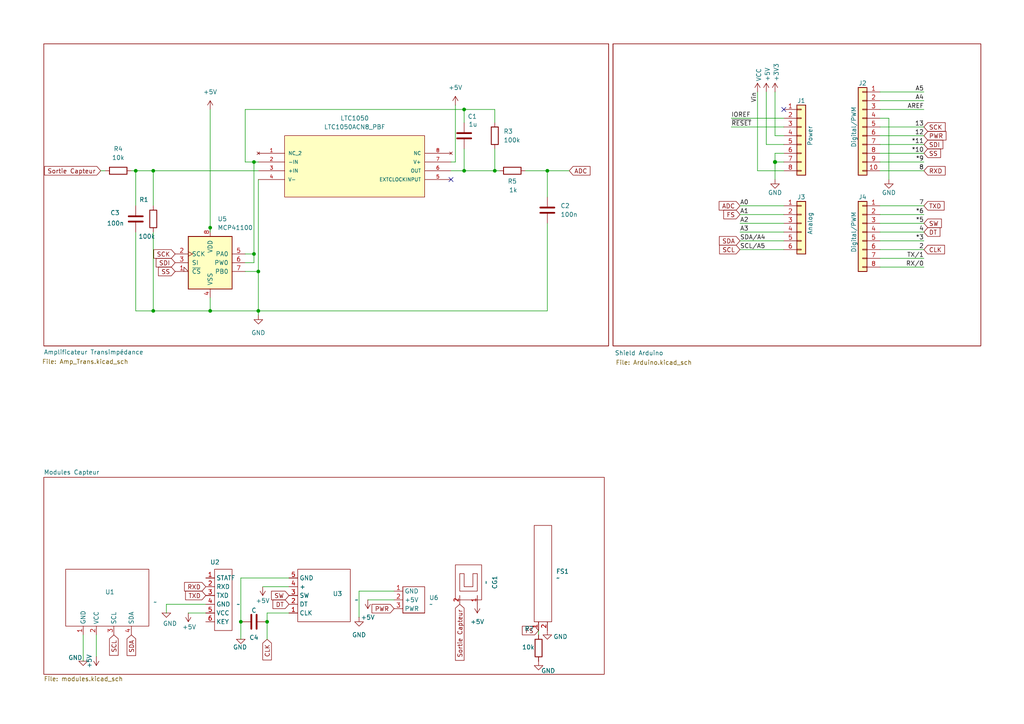
<source format=kicad_sch>
(kicad_sch (version 20250114) (generator "eeschema") (generator_version "9.0")
  (paper "A4")
  (title_block (title "Capteur Graphene Shield Arduino") (date "mar. 31 mars 2015") (company "INSA-Toulouse (DUBREUIL-HOLM-TRUONG)"))
  (lib_symbols
    (symbol "+5V_1" (power) (pin_numbers (hide yes)) (pin_names (offset 0) (hide yes))
      (property "Value" "+5V" (at 0 3.556 0))
      (symbol "+5V_1_0_1"
        (polyline (pts (xy -0.762 1.27) (xy 0 2.54)))
        (polyline (pts (xy 0 2.54) (xy 0.762 1.27)))
        (polyline (pts (xy 0 0) (xy 0 2.54)))
      )
      (symbol "+5V_1_1_1"
        (pin power_in line (at 0 0 90) (length 0) (name "~") (number "1"))
      )
    )
    (symbol "+5V_2" (power) (pin_numbers (hide yes)) (pin_names (offset 0) (hide yes))
      (property "Value" "+5V" (at 0 3.556 0))
      (symbol "+5V_2_0_1"
        (polyline (pts (xy -0.762 1.27) (xy 0 2.54)))
        (polyline (pts (xy 0 2.54) (xy 0.762 1.27)))
        (polyline (pts (xy 0 0) (xy 0 2.54)))
      )
      (symbol "+5V_2_1_1"
        (pin power_in line (at 0 0 90) (length 0) (name "~") (number "1"))
      )
    )
    (symbol "+5V_3" (power) (pin_numbers (hide yes)) (pin_names (offset 0) (hide yes))
      (property "Value" "+5V" (at 0 3.556 0))
      (symbol "+5V_3_0_1"
        (polyline (pts (xy -0.762 1.27) (xy 0 2.54)))
        (polyline (pts (xy 0 2.54) (xy 0.762 1.27)))
        (polyline (pts (xy 0 0) (xy 0 2.54)))
      )
      (symbol "+5V_3_1_1"
        (pin power_in line (at 0 0 90) (length 0) (name "~") (number "1"))
      )
    )
    (symbol "Connector_Generic:Conn_01x06" (pin_names (offset 1.016) (hide yes))
      (property "Reference" "J" (at 0 7.62 0))
      (property "Value" "Conn_01x06" (at 0 -10.16 0))
      (symbol "Conn_01x06_1_1"
        (rectangle (start -1.27 6.35) (end 1.27 -8.89) (stroke (width 0.254)) (fill (type background)))
        (rectangle (start -1.27 5.207) (end 0 4.953) (stroke (width 0.1524)))
        (rectangle (start -1.27 2.667) (end 0 2.413) (stroke (width 0.1524)))
        (rectangle (start -1.27 0.127) (end 0 -0.127) (stroke (width 0.1524)))
        (rectangle (start -1.27 -2.413) (end 0 -2.667) (stroke (width 0.1524)))
        (rectangle (start -1.27 -4.953) (end 0 -5.207) (stroke (width 0.1524)))
        (rectangle (start -1.27 -7.493) (end 0 -7.747) (stroke (width 0.1524)))
        (pin passive line (at -5.08 5.08 0) (length 3.81) (name "Pin_1") (number "1"))
        (pin passive line (at -5.08 2.54 0) (length 3.81) (name "Pin_2") (number "2"))
        (pin passive line (at -5.08 0 0) (length 3.81) (name "Pin_3") (number "3"))
        (pin passive line (at -5.08 -2.54 0) (length 3.81) (name "Pin_4") (number "4"))
        (pin passive line (at -5.08 -5.08 0) (length 3.81) (name "Pin_5") (number "5"))
        (pin passive line (at -5.08 -7.62 0) (length 3.81) (name "Pin_6") (number "6"))
      )
    )
    (symbol "Connector_Generic:Conn_01x08" (pin_names (offset 1.016) (hide yes))
      (property "Reference" "J" (at 0 10.16 0))
      (property "Value" "Conn_01x08" (at 0 -12.7 0))
      (symbol "Conn_01x08_1_1"
        (rectangle (start -1.27 8.89) (end 1.27 -11.43) (stroke (width 0.254)) (fill (type background)))
        (rectangle (start -1.27 7.747) (end 0 7.493) (stroke (width 0.1524)))
        (rectangle (start -1.27 5.207) (end 0 4.953) (stroke (width 0.1524)))
        (rectangle (start -1.27 2.667) (end 0 2.413) (stroke (width 0.1524)))
        (rectangle (start -1.27 0.127) (end 0 -0.127) (stroke (width 0.1524)))
        (rectangle (start -1.27 -2.413) (end 0 -2.667) (stroke (width 0.1524)))
        (rectangle (start -1.27 -4.953) (end 0 -5.207) (stroke (width 0.1524)))
        (rectangle (start -1.27 -7.493) (end 0 -7.747) (stroke (width 0.1524)))
        (rectangle (start -1.27 -10.033) (end 0 -10.287) (stroke (width 0.1524)))
        (pin passive line (at -5.08 7.62 0) (length 3.81) (name "Pin_1") (number "1"))
        (pin passive line (at -5.08 5.08 0) (length 3.81) (name "Pin_2") (number "2"))
        (pin passive line (at -5.08 2.54 0) (length 3.81) (name "Pin_3") (number "3"))
        (pin passive line (at -5.08 0 0) (length 3.81) (name "Pin_4") (number "4"))
        (pin passive line (at -5.08 -2.54 0) (length 3.81) (name "Pin_5") (number "5"))
        (pin passive line (at -5.08 -5.08 0) (length 3.81) (name "Pin_6") (number "6"))
        (pin passive line (at -5.08 -7.62 0) (length 3.81) (name "Pin_7") (number "7"))
        (pin passive line (at -5.08 -10.16 0) (length 3.81) (name "Pin_8") (number "8"))
      )
    )
    (symbol "Connector_Generic:Conn_01x10" (pin_names (offset 1.016) (hide yes))
      (property "Reference" "J" (at 0 12.7 0))
      (property "Value" "Conn_01x10" (at 0 -15.24 0))
      (symbol "Conn_01x10_1_1"
        (rectangle (start -1.27 11.43) (end 1.27 -13.97) (stroke (width 0.254)) (fill (type background)))
        (rectangle (start -1.27 10.287) (end 0 10.033) (stroke (width 0.1524)))
        (rectangle (start -1.27 7.747) (end 0 7.493) (stroke (width 0.1524)))
        (rectangle (start -1.27 5.207) (end 0 4.953) (stroke (width 0.1524)))
        (rectangle (start -1.27 2.667) (end 0 2.413) (stroke (width 0.1524)))
        (rectangle (start -1.27 0.127) (end 0 -0.127) (stroke (width 0.1524)))
        (rectangle (start -1.27 -2.413) (end 0 -2.667) (stroke (width 0.1524)))
        (rectangle (start -1.27 -4.953) (end 0 -5.207) (stroke (width 0.1524)))
        (rectangle (start -1.27 -7.493) (end 0 -7.747) (stroke (width 0.1524)))
        (rectangle (start -1.27 -10.033) (end 0 -10.287) (stroke (width 0.1524)))
        (rectangle (start -1.27 -12.573) (end 0 -12.827) (stroke (width 0.1524)))
        (pin passive line (at -5.08 10.16 0) (length 3.81) (name "Pin_1") (number "1"))
        (pin passive line (at -5.08 7.62 0) (length 3.81) (name "Pin_2") (number "2"))
        (pin passive line (at -5.08 5.08 0) (length 3.81) (name "Pin_3") (number "3"))
        (pin passive line (at -5.08 2.54 0) (length 3.81) (name "Pin_4") (number "4"))
        (pin passive line (at -5.08 0 0) (length 3.81) (name "Pin_5") (number "5"))
        (pin passive line (at -5.08 -2.54 0) (length 3.81) (name "Pin_6") (number "6"))
        (pin passive line (at -5.08 -5.08 0) (length 3.81) (name "Pin_7") (number "7"))
        (pin passive line (at -5.08 -7.62 0) (length 3.81) (name "Pin_8") (number "8"))
        (pin passive line (at -5.08 -10.16 0) (length 3.81) (name "Pin_9") (number "9"))
        (pin passive line (at -5.08 -12.7 0) (length 3.81) (name "Pin_10") (number "10"))
      )
    )
    (symbol "Device:C" (pin_numbers (hide yes)) (pin_names (offset 0.254))
      (property "Reference" "C" (at 0.635 2.54 0))
      (property "Value" "C" (at 0.635 -2.54 0))
      (symbol "C_0_1"
        (polyline (pts (xy -2.032 0.762) (xy 2.032 0.762)) (stroke (width 0.508)))
        (polyline (pts (xy -2.032 -0.762) (xy 2.032 -0.762)) (stroke (width 0.508)))
      )
      (symbol "C_1_1"
        (pin passive line (at 0 3.81 270) (length 2.794) (name "~") (number "1"))
        (pin passive line (at 0 -3.81 90) (length 2.794) (name "~") (number "2"))
      )
    )
    (symbol "Device:R" (pin_numbers (hide yes)) (pin_names (offset 0))
      (property "Reference" "R" (at 2.032 0 90))
      (property "Value" "R" (at 0 0 90))
      (symbol "R_0_1"
        (rectangle (start -1.016 -2.54) (end 1.016 2.54) (stroke (width 0.254)))
      )
      (symbol "R_1_1"
        (pin passive line (at 0 3.81 270) (length 1.27) (name "~") (number "1"))
        (pin passive line (at 0 -3.81 90) (length 1.27) (name "~") (number "2"))
      )
    )
    (symbol "GND_1" (power) (pin_numbers (hide yes)) (pin_names (offset 0) (hide yes))
      (property "Value" "GND" (at 0 -3.81 0))
      (symbol "GND_1_0_1"
        (polyline (pts (xy 0 0) (xy 0 -1.27) (xy 1.27 -1.27) (xy 0 -2.54) (xy -1.27 -1.27) (xy 0 -1.27)))
      )
      (symbol "GND_1_1_1"
        (pin power_in line (at 0 0 270) (length 0) (name "~") (number "1"))
      )
    )
    (symbol "GND_2" (power) (pin_numbers (hide yes)) (pin_names (offset 0) (hide yes))
      (property "Value" "GND" (at 0 -3.81 0))
      (symbol "GND_2_0_1"
        (polyline (pts (xy 0 0) (xy 0 -1.27) (xy 1.27 -1.27) (xy 0 -2.54) (xy -1.27 -1.27) (xy 0 -1.27)))
      )
      (symbol "GND_2_1_1"
        (pin power_in line (at 0 0 270) (length 0) (name "~") (number "1"))
      )
    )
    (symbol "GND_3" (power) (pin_numbers (hide yes)) (pin_names (offset 0) (hide yes))
      (property "Value" "GND" (at 0 -3.81 0))
      (symbol "GND_3_0_1"
        (polyline (pts (xy 0 0) (xy 0 -1.27) (xy 1.27 -1.27) (xy 0 -2.54) (xy -1.27 -1.27) (xy 0 -1.27)))
      )
      (symbol "GND_3_1_1"
        (pin power_in line (at 0 0 270) (length 0) (name "~") (number "1"))
      )
    )
    (symbol "LTC1050ACN8_PBF:LTC1050ACN8_PBF" (pin_names (offset 1.016))
      (property "Reference" "U" (at 23.2285 9.1237 0))
      (property "Value" "LTC1050ACN8_PBF" (at 22.6204 6.5902 0))
      (symbol "LTC1050ACN8_PBF_0_0"
        (rectangle (start 7.62 -12.7) (end 48.26 5.08) (stroke (width 0.1524)) (fill (type background)))
        (pin no_connect line (at 0 0 0) (length 7.62) (name "NC_2") (number "1"))
        (pin input line (at 0 -2.54 0) (length 7.62) (name "-IN") (number "2"))
        (pin input line (at 0 -5.08 0) (length 7.62) (name "+IN") (number "3"))
        (pin power_in line (at 0 -7.62 0) (length 7.62) (name "V-") (number "4"))
        (pin no_connect line (at 55.88 0 180) (length 7.62) (name "NC") (number "8"))
        (pin power_in line (at 55.88 -2.54 180) (length 7.62) (name "V+") (number "7"))
        (pin output line (at 55.88 -5.08 180) (length 7.62) (name "OUT") (number "6"))
        (pin input line (at 55.88 -7.62 180) (length 7.62) (name "EXTCLOCKINPUT") (number "5"))
      )
    )
    (symbol "My_Symbolic_Librairy:Capteur_graphene"
      (property "Reference" "CG" (at 0 0 0))
      (symbol "Capteur_graphene_0_1"
        (rectangle (start -6.35 3.81) (end 3.81 -3.81))
        (polyline (pts (xy -3.81 2.54) (xy 1.27 2.54) (xy 1.27 -2.54) (xy -3.81 -2.54) (xy -3.81 -1.27) (xy 0 -1.27) (xy 0 1.27) (xy -3.81 1.27) (xy -3.81 2.54)))
      )
      (symbol "Capteur_graphene_1_1"
        (pin input line (at 5.08 2.54 180) (length 2.54) (name "") (number "1"))
        (pin input line (at 5.08 -2.54 180) (length 2.54) (name "") (number "2"))
      )
    )
    (symbol "My_Symbolic_Librairy:Flex_sensor"
      (property "Reference" "FS" (at 0 0 0))
      (symbol "Flex_sensor_0_1"
        (rectangle (start -3.81 27.94) (end 1.27 0))
      )
      (symbol "Flex_sensor_1_1"
        (pin input line (at -2.54 -2.54 90) (length 2.54) (name "") (number "1"))
        (pin power_in line (at 0 -2.54 90) (length 2.54) (name "") (number "2"))
      )
    )
    (symbol "Potentiometer_Digital:MCP41100" (pin_names (offset 1.016))
      (property "Reference" "U" (at -6.35 8.89 0))
      (property "Value" "MCP41100" (at 1.27 8.89 0))
      (symbol "MCP41100_0_1"
        (rectangle (start -6.35 7.62) (end 6.35 -7.62) (stroke (width 0.254)) (fill (type background)))
      )
      (symbol "MCP41100_1_1"
        (pin passive clock (at -10.16 2.54 0) (length 3.81) (name "SCK") (number "2"))
        (pin input line (at -10.16 0 0) (length 3.81) (name "SI") (number "3"))
        (pin input input_low (at -10.16 -2.54 0) (length 3.81) (name "~{CS}") (number "1"))
        (pin power_in line (at 0 10.16 270) (length 2.54) (name "VDD") (number "8"))
        (pin power_in line (at 0 -10.16 90) (length 2.54) (name "VSS") (number "4"))
        (pin passive line (at 10.16 2.54 180) (length 3.81) (name "PA0") (number "5"))
        (pin passive line (at 10.16 0 180) (length 3.81) (name "PW0") (number "6"))
        (pin passive line (at 10.16 -2.54 180) (length 3.81) (name "PB0") (number "7"))
      )
    )
    (symbol "ServoHeader_1"
      (property "Reference" "U" (at 0 0 0))
      (symbol "ServoHeader_1_0_1"
        (rectangle (start -1.27 -1.27) (end -1.27 -8.89))
        (rectangle (start -1.27 -8.89) (end 5.08 -8.89))
        (rectangle (start 5.08 -8.89) (end -1.27 -1.27))
      )
      (symbol "ServoHeader_1_1_1"
        (pin power_in line (at -3.81 -2.54 0) (length 2.54) (name "GND") (number "1"))
        (pin power_in line (at -3.81 -5.08 0) (length 2.54) (name "+5V") (number "2"))
        (pin input line (at -3.81 -7.62 0) (length 2.54) (name "PWR") (number "3"))
      )
    )
    (symbol "Simulation_SPICE:0" (power) (pin_numbers (hide yes)) (pin_names (offset 0) (hide yes))
      (property "Value" "0" (at 0 -2.54 0))
      (symbol "0_0_1"
        (polyline (pts (xy -1.27 0) (xy 0 -1.27) (xy 1.27 0) (xy -1.27 0)))
      )
      (symbol "0_1_1"
        (pin power_in line (at 0 0 0) (length 0) (name "~") (number "1"))
      )
    )
    (symbol "power:+3V3" (power) (pin_names (offset 0))
      (property "Value" "+3V3" (at 0 3.556 0))
      (symbol "+3V3_0_1"
        (polyline (pts (xy -0.762 1.27) (xy 0 2.54)))
        (polyline (pts (xy 0 2.54) (xy 0.762 1.27)))
        (polyline (pts (xy 0 0) (xy 0 2.54)))
      )
      (symbol "+3V3_1_1"
        (pin power_in line (at 0 0 90) (length 0) (hide yes) (name "+3V3") (number "1"))
      )
    )
    (symbol "power:+5V" (power) (pin_names (offset 0))
      (property "Value" "+5V" (at 0 3.556 0))
      (symbol "+5V_0_1"
        (polyline (pts (xy -0.762 1.27) (xy 0 2.54)))
        (polyline (pts (xy 0 2.54) (xy 0.762 1.27)))
        (polyline (pts (xy 0 0) (xy 0 2.54)))
      )
      (symbol "+5V_1_1"
        (pin power_in line (at 0 0 90) (length 0) (hide yes) (name "+5V") (number "1"))
      )
    )
    (symbol "power:GND" (power) (pin_names (offset 0))
      (property "Value" "GND" (at 0 -3.81 0))
      (symbol "GND_0_1"
        (polyline (pts (xy 0 0) (xy 0 -1.27) (xy 1.27 -1.27) (xy 0 -2.54) (xy -1.27 -1.27) (xy 0 -1.27)))
      )
      (symbol "GND_1_1"
        (pin power_in line (at 0 0 270) (length 0) (hide yes) (name "GND") (number "1"))
      )
    )
    (symbol "power:VCC" (power) (pin_names (offset 0))
      (property "Value" "VCC" (at 0 3.81 0))
      (symbol "VCC_0_1"
        (polyline (pts (xy -0.762 1.27) (xy 0 2.54)))
        (polyline (pts (xy 0 2.54) (xy 0.762 1.27)))
        (polyline (pts (xy 0 0) (xy 0 2.54)))
      )
      (symbol "VCC_1_1"
        (pin power_in line (at 0 0 90) (length 0) (hide yes) (name "VCC") (number "1"))
      )
    )
    (symbol "symbol_library:BLUETOOTH"
      (property "Reference" "U" (at 0 0 0))
      (symbol "BLUETOOTH_0_1"
        (polyline (pts (xy -8.89 -2.54) (xy 8.89 -2.54) (xy 8.89 -7.62) (xy -8.89 -7.62) (xy -8.89 -2.54)))
      )
      (symbol "BLUETOOTH_1_1"
        (pin input line (at -6.35 0 270) (length 2.54) (name "KEY") (number "6"))
        (pin input line (at -3.81 0 270) (length 2.54) (name "VCC") (number "5"))
        (pin input line (at -1.27 0 270) (length 2.54) (name "GND") (number "4"))
        (pin input line (at 1.27 0 270) (length 2.54) (name "TXD") (number "3"))
        (pin input line (at 3.81 0 270) (length 2.54) (name "RXD") (number "2"))
        (pin input line (at 6.35 0 270) (length 2.54) (name "STATF") (number "1"))
      )
    )
    (symbol "symbol_library:ENCODEUR_ROTATION"
      (property "Reference" "U" (at 0 0 0))
      (symbol "ENCODEUR_ROTATION_0_1"
        (rectangle (start -7.62 -2.54) (end 7.62 -17.78))
      )
      (symbol "ENCODEUR_ROTATION_1_1"
        (pin input line (at -5.08 0 270) (length 2.54) (name "CLK") (number "1"))
        (pin input line (at -2.54 0 270) (length 2.54) (name "DT") (number "2"))
        (pin input line (at 0 0 270) (length 2.54) (name "SW") (number "3"))
        (pin input line (at 2.54 0 270) (length 2.54) (name "+") (number "4"))
        (pin input line (at 5.08 0 270) (length 2.54) (name "GND") (number "5"))
      )
    )
    (symbol "symbol_library:OLED"
      (property "Reference" "U" (at 0 0 0))
      (symbol "OLED_0_1"
        (rectangle (start -11.43 0) (end 12.7 16.51))
      )
      (symbol "OLED_1_1"
        (pin input line (at -6.35 -2.54 90) (length 2.54) (name "GND") (number "1"))
        (pin input line (at -2.54 -2.54 90) (length 2.54) (name "VCC") (number "2"))
        (pin input line (at 2.54 -2.54 90) (length 2.54) (name "SCL") (number "3"))
        (pin input line (at 7.62 -2.54 90) (length 2.54) (name "SDA") (number "4"))
      )
    )
  )
  (junction (at 73.66 46.99))
  (junction (at 77.47 180.34))
  (junction (at 44.45 90.17))
  (junction (at 74.93 90.17))
  (junction (at 73.66 73.66))
  (junction (at 224.79 46.99) (diameter 1.016))
  (junction (at 39.37 49.53))
  (junction (at 74.93 78.74))
  (junction (at 143.51 49.53))
  (junction (at 134.62 31.75))
  (junction (at 158.75 49.53))
  (junction (at 69.85 180.34))
  (junction (at 44.45 49.53))
  (junction (at 60.96 90.17))
  (junction (at 60.96 66.04))
  (junction (at 134.62 49.53))
  (no_connect (at 130.81 52.07))
  (no_connect (at 227.33 31.75))
  (wire (pts (xy 255.27 77.47) (xy 267.97 77.47)))
  (wire (pts (xy 44.45 49.53) (xy 74.93 49.53)))
  (wire (pts (xy 143.51 35.56) (xy 143.51 31.75)))
  (wire (pts (xy 104.14 179.07) (xy 104.14 171.45)))
  (wire (pts (xy 104.14 171.45) (xy 114.3 171.45)))
  (wire (pts (xy 60.96 90.17) (xy 74.93 90.17)))
  (wire (pts (xy 255.27 26.67) (xy 267.97 26.67)))
  (wire (pts (xy 71.12 76.2) (xy 73.66 76.2)))
  (wire (pts (xy 224.79 44.45) (xy 224.79 46.99)))
  (wire (pts (xy 156.21 182.88) (xy 156.21 184.15)))
  (wire (pts (xy 74.93 90.17) (xy 158.75 90.17)))
  (wire (pts (xy 214.63 72.39) (xy 227.33 72.39)))
  (wire (pts (xy 106.68 173.99) (xy 114.3 173.99)))
  (wire (pts (xy 39.37 49.53) (xy 38.1 49.53)))
  (wire (pts (xy 224.79 46.99) (xy 224.79 52.07)))
  (wire (pts (xy 134.62 43.18) (xy 134.62 49.53)))
  (wire (pts (xy 143.51 43.18) (xy 143.51 49.53)))
  (wire (pts (xy 224.79 39.37) (xy 227.33 39.37)))
  (wire (pts (xy 44.45 90.17) (xy 60.96 90.17)))
  (wire (pts (xy 74.93 52.07) (xy 74.93 78.74)))
  (wire (pts (xy 143.51 49.53) (xy 144.78 49.53)))
  (wire (pts (xy 222.25 41.91) (xy 227.33 41.91)))
  (wire (pts (xy 158.75 49.53) (xy 158.75 57.15)))
  (wire (pts (xy 27.94 184.15) (xy 27.94 190.5)))
  (wire (pts (xy 222.25 26.67) (xy 222.25 41.91)))
  (wire (pts (xy 74.93 90.17) (xy 74.93 91.44)))
  (wire (pts (xy 71.12 31.75) (xy 71.12 46.99)))
  (wire (pts (xy 59.69 177.8) (xy 54.61 177.8)))
  (wire (pts (xy 255.27 36.83) (xy 267.97 36.83)))
  (wire (pts (xy 224.79 26.67) (xy 224.79 39.37)))
  (wire (pts (xy 255.27 59.69) (xy 267.97 59.69)))
  (wire (pts (xy 227.33 59.69) (xy 214.63 59.69)))
  (wire (pts (xy 255.27 39.37) (xy 267.97 39.37)))
  (wire (pts (xy 39.37 67.31) (xy 39.37 90.17)))
  (wire (pts (xy 73.66 73.66) (xy 73.66 46.99)))
  (wire (pts (xy 255.27 41.91) (xy 267.97 41.91)))
  (wire (pts (xy 255.27 62.23) (xy 267.97 62.23)))
  (wire (pts (xy 39.37 90.17) (xy 44.45 90.17)))
  (wire (pts (xy 44.45 67.31) (xy 44.45 90.17)))
  (wire (pts (xy 132.08 30.48) (xy 132.08 46.99)))
  (wire (pts (xy 76.2 170.18) (xy 83.82 170.18)))
  (wire (pts (xy 74.93 46.99) (xy 73.66 46.99)))
  (wire (pts (xy 255.27 46.99) (xy 267.97 46.99)))
  (wire (pts (xy 48.26 175.26) (xy 48.26 177.8)))
  (wire (pts (xy 60.96 31.75) (xy 60.96 66.04)))
  (wire (pts (xy 255.27 67.31) (xy 267.97 67.31)))
  (wire (pts (xy 158.75 49.53) (xy 165.1 49.53)))
  (wire (pts (xy 73.66 76.2) (xy 73.66 73.66)))
  (wire (pts (xy 134.62 31.75) (xy 71.12 31.75)))
  (wire (pts (xy 212.09 34.29) (xy 227.33 34.29)))
  (wire (pts (xy 257.81 34.29) (xy 257.81 52.07)))
  (wire (pts (xy 73.66 46.99) (xy 71.12 46.99)))
  (wire (pts (xy 134.62 31.75) (xy 143.51 31.75)))
  (wire (pts (xy 71.12 73.66) (xy 73.66 73.66)))
  (wire (pts (xy 255.27 31.75) (xy 267.97 31.75)))
  (wire (pts (xy 44.45 49.53) (xy 44.45 59.69)))
  (wire (pts (xy 74.93 78.74) (xy 74.93 90.17)))
  (wire (pts (xy 60.96 67.31) (xy 60.96 66.04)))
  (wire (pts (xy 227.33 64.77) (xy 214.63 64.77)))
  (wire (pts (xy 212.09 36.83) (xy 227.33 36.83)))
  (wire (pts (xy 77.47 185.42) (xy 77.47 180.34)))
  (wire (pts (xy 227.33 46.99) (xy 224.79 46.99)))
  (wire (pts (xy 77.47 177.8) (xy 83.82 177.8)))
  (wire (pts (xy 134.62 49.53) (xy 143.51 49.53)))
  (wire (pts (xy 39.37 49.53) (xy 39.37 59.69)))
  (wire (pts (xy 227.33 49.53) (xy 219.71 49.53)))
  (wire (pts (xy 60.96 86.36) (xy 60.96 90.17)))
  (wire (pts (xy 214.63 62.23) (xy 227.33 62.23)))
  (wire (pts (xy 255.27 44.45) (xy 267.97 44.45)))
  (wire (pts (xy 255.27 34.29) (xy 257.81 34.29)))
  (wire (pts (xy 227.33 44.45) (xy 224.79 44.45)))
  (wire (pts (xy 77.47 180.34) (xy 77.47 177.8)))
  (wire (pts (xy 134.62 35.56) (xy 134.62 31.75)))
  (wire (pts (xy 255.27 64.77) (xy 267.97 64.77)))
  (wire (pts (xy 69.85 167.64) (xy 83.82 167.64)))
  (wire (pts (xy 214.63 67.31) (xy 227.33 67.31)))
  (wire (pts (xy 130.81 46.99) (xy 132.08 46.99)))
  (wire (pts (xy 59.69 175.26) (xy 48.26 175.26)))
  (wire (pts (xy 69.85 167.64) (xy 69.85 180.34)))
  (wire (pts (xy 255.27 29.21) (xy 267.97 29.21)))
  (wire (pts (xy 255.27 72.39) (xy 267.97 72.39)))
  (wire (pts (xy 255.27 69.85) (xy 267.97 69.85)))
  (wire (pts (xy 30.48 49.53) (xy 29.21 49.53)))
  (wire (pts (xy 71.12 78.74) (xy 74.93 78.74)))
  (wire (pts (xy 130.81 49.53) (xy 134.62 49.53)))
  (wire (pts (xy 152.4 49.53) (xy 158.75 49.53)))
  (wire (pts (xy 24.13 191.77) (xy 24.13 184.15)))
  (wire (pts (xy 158.75 90.17) (xy 158.75 64.77)))
  (wire (pts (xy 255.27 74.93) (xy 267.97 74.93)))
  (wire (pts (xy 219.71 49.53) (xy 219.71 26.67)))
  (wire (pts (xy 39.37 49.53) (xy 44.45 49.53)))
  (wire (pts (xy 69.85 180.34) (xy 69.85 185.42)))
  (wire (pts (xy 227.33 69.85) (xy 214.63 69.85)))
  (wire (pts (xy 255.27 49.53) (xy 267.97 49.53)))
  (label "RX{slash}0" (at 267.97 77.47 180))
  (label "A2" (at 214.63 64.77 0))
  (label "4" (at 267.97 67.31 180))
  (label "2" (at 267.97 72.39 180))
  (label "A3" (at 214.63 67.31 0))
  (label "13" (at 267.97 36.83 180))
  (label "12" (at 267.97 39.37 180))
  (label "~{RESET}" (at 212.09 36.83 0))
  (label "*10" (at 267.97 44.45 180))
  (label "7" (at 267.97 59.69 180))
  (label "A4" (at 267.97 29.21 180))
  (label "8" (at 267.97 49.53 180))
  (label "*11" (at 267.97 41.91 180))
  (label "*3" (at 267.97 69.85 180))
  (label "A1" (at 214.63 62.23 0))
  (label "TX{slash}1" (at 267.97 74.93 180))
  (label "A0" (at 214.63 59.69 0))
  (label "AREF" (at 267.97 31.75 180))
  (label "Vin" (at 219.71 26.67 270))
  (label "*6" (at 267.97 62.23 180))
  (label "A5" (at 267.97 26.67 180))
  (label "*9" (at 267.97 46.99 180))
  (label "*5" (at 267.97 64.77 180))
  (label "IOREF" (at 212.09 34.29 0))
  (label "SDA{slash}A4" (at 214.63 69.85 0))
  (label "SCL{slash}A5" (at 214.63 72.39 0))
  (global_label "SS" (shape input) (at 267.97 44.45 0) (property "Intersheetrefs" "${INTERSHEET_REFS}" (effects (hide yes))))
  (global_label "SDI" (shape input) (at 50.8 76.2 180) (property "Intersheetrefs" "${INTERSHEET_REFS}" (effects (hide yes))))
  (global_label "RXD" (shape input) (at 267.97 49.53 0) (property "Intersheetrefs" "${INTERSHEET_REFS}" (effects (hide yes))))
  (global_label "SDA" (shape input) (at 214.63 69.85 180) (property "Intersheetrefs" "${INTERSHEET_REFS}" (effects (hide yes))))
  (global_label "Sortie Capteur" (shape input) (at 133.35 175.26 270) (property "Intersheetrefs" "${INTERSHEET_REFS}" (effects (hide yes))))
  (global_label "SCK" (shape input) (at 50.8 73.66 180) (property "Intersheetrefs" "${INTERSHEET_REFS}" (effects (hide yes))))
  (global_label "RXD" (shape input) (at 59.69 170.18 180) (property "Intersheetrefs" "${INTERSHEET_REFS}" (effects (hide yes))))
  (global_label "DT" (shape input) (at 267.97 67.31 0) (property "Intersheetrefs" "${INTERSHEET_REFS}" (effects (hide yes))))
  (global_label "Sortie Capteur" (shape input) (at 29.21 49.53 180) (property "Intersheetrefs" "${INTERSHEET_REFS}" (effects (hide yes))))
  (global_label "SDI" (shape input) (at 267.97 41.91 0) (property "Intersheetrefs" "${INTERSHEET_REFS}" (effects (hide yes))))
  (global_label "TXD" (shape input) (at 59.69 172.72 180) (property "Intersheetrefs" "${INTERSHEET_REFS}" (effects (hide yes))))
  (global_label "SS" (shape input) (at 50.8 78.74 180) (property "Intersheetrefs" "${INTERSHEET_REFS}" (effects (hide yes))))
  (global_label "SW" (shape input) (at 267.97 64.77 0) (property "Intersheetrefs" "${INTERSHEET_REFS}" (effects (hide yes))))
  (global_label "SDA" (shape input) (at 38.1 184.15 270) (property "Intersheetrefs" "${INTERSHEET_REFS}" (effects (hide yes))))
  (global_label "SW" (shape input) (at 83.82 172.72 180) (property "Intersheetrefs" "${INTERSHEET_REFS}" (effects (hide yes))))
  (global_label "ADC" (shape input) (at 214.63 59.69 180) (property "Intersheetrefs" "${INTERSHEET_REFS}" (effects (hide yes))))
  (global_label "DT" (shape input) (at 83.82 175.26 180) (property "Intersheetrefs" "${INTERSHEET_REFS}" (effects (hide yes))))
  (global_label "CLK" (shape input) (at 267.97 72.39 0) (property "Intersheetrefs" "${INTERSHEET_REFS}" (effects (hide yes))))
  (global_label "SCK" (shape input) (at 267.97 36.83 0) (property "Intersheetrefs" "${INTERSHEET_REFS}" (effects (hide yes))))
  (global_label "SCL" (shape input) (at 214.63 72.39 180) (property "Intersheetrefs" "${INTERSHEET_REFS}" (effects (hide yes))))
  (global_label "PWR" (shape input) (at 267.97 39.37 0) (property "Intersheetrefs" "${INTERSHEET_REFS}" (effects (hide yes))))
  (global_label "FS" (shape input) (at 214.63 62.23 180) (property "Intersheetrefs" "${INTERSHEET_REFS}" (effects (hide yes))))
  (global_label "TXD" (shape input) (at 267.97 59.69 0) (property "Intersheetrefs" "${INTERSHEET_REFS}" (effects (hide yes))))
  (global_label "PWR" (shape input) (at 114.3 176.53 180) (property "Intersheetrefs" "${INTERSHEET_REFS}" (effects (hide yes))))
  (global_label "FS" (shape input) (at 156.21 182.88 180) (property "Intersheetrefs" "${INTERSHEET_REFS}" (effects (hide yes))))
  (global_label "SCL" (shape input) (at 33.02 184.15 270) (property "Intersheetrefs" "${INTERSHEET_REFS}" (effects (hide yes))))
  (global_label "ADC" (shape input) (at 165.1 49.53 0) (property "Intersheetrefs" "${INTERSHEET_REFS}" (effects (hide yes))))
  (global_label "CLK" (shape input) (at 77.47 185.42 270) (property "Intersheetrefs" "${INTERSHEET_REFS}" (effects (hide yes))))
  (symbol (lib_id "Connector_Generic:Conn_01x08") (at 232.41 39.37 0) (unit 1)
    (property "Reference" "J1" (at 232.41 29.21 0))
    (property "Value" "Power" (at 234.95 39.37 90))
    (property "Footprint" "Connector_PinSocket_2.54mm:PinSocket_1x08_P2.54mm_Vertical" (effects (hide yes)))
  )
  (symbol (lib_id "power:+3V3") (at 224.79 26.67 0) (unit 1)
    (property "Reference" "#PWR03" (effects (hide yes)))
    (property "Value" "+3V3" (at 225.171 23.622 90) (effects (justify left)))
  )
  (symbol (lib_id "power:+5V") (at 222.25 26.67 0) (unit 1)
    (property "Reference" "#PWR02" (effects (hide yes)))
    (property "Value" "+5V" (at 222.6056 23.622 90) (effects (justify left)))
  )
  (symbol (lib_id "power:GND") (at 224.79 52.07 0) (unit 1)
    (property "Reference" "#PWR04" (effects (hide yes)))
    (property "Value" "GND" (at 224.79 55.88 0))
  )
  (symbol (lib_id "Connector_Generic:Conn_01x10") (at 250.19 36.83 0) (mirror y) (unit 1)
    (property "Reference" "J2" (at 250.19 24.13 0))
    (property "Value" "Digital/PWM" (at 247.65 36.83 90))
    (property "Footprint" "Connector_PinSocket_2.54mm:PinSocket_1x10_P2.54mm_Vertical" (effects (hide yes)))
  )
  (symbol (lib_id "power:GND") (at 257.81 52.07 0) (unit 1)
    (property "Reference" "#PWR05" (effects (hide yes)))
    (property "Value" "GND" (at 257.81 55.88 0))
  )
  (symbol (lib_id "Connector_Generic:Conn_01x06") (at 232.41 64.77 0) (unit 1)
    (property "Reference" "J3" (at 232.41 57.15 0))
    (property "Value" "Analog" (at 234.95 64.77 90))
    (property "Footprint" "Connector_PinSocket_2.54mm:PinSocket_1x06_P2.54mm_Vertical" (effects (hide yes)))
  )
  (symbol (lib_id "Connector_Generic:Conn_01x08") (at 250.19 67.31 0) (mirror y) (unit 1)
    (property "Reference" "J4" (at 250.19 57.15 0))
    (property "Value" "Digital/PWM" (at 247.65 67.31 90))
    (property "Footprint" "Connector_PinSocket_2.54mm:PinSocket_1x08_P2.54mm_Vertical" (effects (hide yes)))
  )
  (symbol (lib_name "+5V_3") (lib_id "power:+5V") (at 132.08 30.48 0) (unit 1)
    (property "Reference" "#PWR011" (effects (hide yes)))
    (property "Value" "+5V" (at 132.08 25.4 0))
    (property "Description" "Power symbol creates a global label with name \"+5V\"" (effects (hide yes)))
  )
  (symbol (lib_name "GND_1") (lib_id "power:GND") (at 104.14 179.07 0) (unit 1)
    (property "Reference" "#PWR015" (effects (hide yes)))
    (property "Value" "GND" (at 104.14 184.15 0))
    (property "Description" "Power symbol creates a global label with name \"GND\" , ground" (effects (hide yes)))
  )
  (symbol (lib_id "power:+5V") (at 138.43 175.26 180) (unit 1)
    (property "Reference" "#PWR09" (effects (hide yes)))
    (property "Value" "+5V" (at 138.43 180.34 0))
    (property "Description" "Power symbol creates a global label with name \"+5V\"" (effects (hide yes)))
  )
  (symbol (lib_id "Device:C") (at 134.62 39.37 0) (unit 1)
    (property "Reference" "C1" (at 135.636 33.782 0) (effects (justify left)))
    (property "Value" "1u" (at 135.89 36.068 0) (effects (justify left)))
    (property "Footprint" "Capacitor_THT:C_Rect_L7.2mm_W5.5mm_P5.00mm_FKS2_FKP2_MKS2_MKP2" (effects (hide yes)))
    (property "Description" "Unpolarized capacitor" (effects (hide yes)))
  )
  (symbol (lib_id "Device:C") (at 158.75 60.96 0) (unit 1)
    (property "Reference" "C2" (at 162.56 59.6899 0) (effects (justify left)))
    (property "Value" "100n" (at 162.56 62.2299 0) (effects (justify left)))
    (property "Footprint" "Capacitor_THT:C_Disc_D4.3mm_W1.9mm_P5.00mm" (effects (hide yes)))
    (property "Description" "Unpolarized capacitor" (effects (hide yes)))
  )
  (symbol (lib_name "ServoHeader_1") (lib_id "My_Symbolic_Librairy:ServoHeader") (at 118.11 168.91 0) (unit 1)
    (property "Reference" "U6" (at 124.46 173.3549 0) (effects (justify left)))
    (property "Value" "~" (at 124.46 175.26 0) (effects (justify left)))
    (property "Footprint" "My_footprints_Librairy:ServomoteureHeader" (effects (hide yes)))
  )
  (symbol (lib_id "Device:R") (at 34.29 49.53 90) (unit 1)
    (property "Reference" "R4" (at 34.29 43.18 90))
    (property "Value" "10k" (at 34.29 45.72 90))
    (property "Footprint" "Resistor_THT:R_Axial_DIN0204_L3.6mm_D1.6mm_P5.08mm_Horizontal" (effects (hide yes)))
    (property "Description" "Resistor" (effects (hide yes)))
  )
  (symbol (lib_id "symbol_library:BLUETOOTH") (at 59.69 173.99 90) (unit 1)
    (property "Reference" "U2" (at 60.96 163.068 90) (effects (justify right)))
    (property "Value" "~" (at 68.58 175.26 90) (effects (justify right)))
    (property "Footprint" "emprente:BLUETOOTH2" (effects (hide yes)))
  )
  (symbol (lib_id "symbol_library:ENCODEUR_ROTATION") (at 83.82 172.72 90) (unit 1)
    (property "Reference" "U3" (at 96.52 172.212 90) (effects (justify right)))
    (property "Value" "~" (at 102.87 173.99 90) (effects (justify right)))
    (property "Footprint" "emprente:ENCODEUR ROTATION" (effects (hide yes)))
  )
  (symbol (lib_id "Simulation_SPICE:0") (at 24.13 191.77 0) (unit 1)
    (property "Reference" "#GND01" (effects (hide yes)))
    (property "Value" "GND" (at 21.844 190.754 0))
    (property "Datasheet" "https://ngspice.sourceforge.io/docs/ngspice-html-manual/manual.xhtml#subsec_Circuit_elements__device" (effects (hide yes)))
    (property "Description" "0V reference potential for simulation" (effects (hide yes)))
  )
  (symbol (lib_id "Potentiometer_Digital:MCP41100") (at 60.96 76.2 0) (unit 1)
    (property "Reference" "U5" (at 63.1033 63.5 0) (effects (justify left)))
    (property "Value" "MCP41100" (at 63.1033 66.04 0) (effects (justify left)))
    (property "Footprint" "My_footprints_Librairy:MCP4110" (effects (hide yes)))
    (property "Datasheet" "http://ww1.microchip.com/downloads/en/DeviceDoc/11195c.pdf" (effects (hide yes)))
    (property "Description" "Single Digital Potentiometer, SPI interface, 256 taps, 100 kohm" (effects (hide yes)))
  )
  (symbol (lib_id "LTC1050ACN8_PBF:LTC1050ACN8_PBF") (at 74.93 44.45 0) (unit 1)
    (property "Reference" "LTC1050" (at 102.87 34.29 0))
    (property "Value" "LTC1050ACN8_PBF" (at 102.87 36.83 0))
    (property "Footprint" "LTC1050ACN8_PBF:PDIP-8_N" (effects (hide yes)))
    (property "MF" "Analog Devices" (effects (hide yes)))
    (property "VENDOR" "Linear Technology" (effects (hide yes)))
    (property "Description_1" "LTC1050 - Precision Zero-Drift Operational Amplifier with Internal Capacitors" (effects (hide yes)))
    (property "COPYRIGHT" "Copyright C 2016 Accelerated Designs. All rights reserved" (effects (hide yes)))
    (property "Package" "PDIP-8 Linear Technology" (effects (hide yes)))
    (property "Price" "None" (effects (hide yes)))
    (property "Check_prices" "https://www.snapeda.com/parts/LTC1050ACN8%23PBF/Analog+Devices/view-part/?ref=eda" (effects (hide yes)))
    (property "SnapEDA_Link" "https://www.snapeda.com/parts/LTC1050ACN8%23PBF/Analog+Devices/view-part/?ref=snap" (effects (hide yes)))
    (property "MP" "LTC1050ACN8#PBF" (effects (hide yes)))
    (property "Availability" "In Stock" (effects (hide yes)))
    (property "MANUFACTURER_PART_NUMBER" "ltc1050acn8" (effects (hide yes)))
  )
  (symbol (lib_name "+5V_2") (lib_id "power:+5V") (at 106.68 173.99 180) (unit 1)
    (property "Reference" "#PWR014" (effects (hide yes)))
    (property "Value" "+5V" (at 106.68 179.07 0))
    (property "Description" "Power symbol creates a global label with name \"+5V\"" (effects (hide yes)))
  )
  (symbol (lib_name "+5V_1") (lib_id "power:+5V") (at 54.61 177.8 180) (unit 1)
    (property "Reference" "#PWR07" (effects (hide yes)))
    (property "Value" "+5V" (at 52.832 181.864 0) (effects (justify right)))
    (property "Description" "Power symbol creates a global label with name \"+5V\"" (effects (hide yes)))
  )
  (symbol (lib_id "power:VCC") (at 219.71 26.67 0) (unit 1)
    (property "Reference" "#PWR01" (effects (hide yes)))
    (property "Value" "VCC" (at 220.091 23.622 90) (effects (justify left)))
  )
  (symbol (lib_id "symbol_library:OLED") (at 30.48 181.61 0) (unit 1)
    (property "Reference" "U1" (at 30.48 171.704 0) (effects (justify left)))
    (property "Value" "~" (at 44.45 174.625 0) (effects (justify left)))
    (property "Footprint" "emprente:SIP-4" (effects (hide yes)))
  )
  (symbol (lib_id "Device:R") (at 143.51 39.37 180) (unit 1)
    (property "Reference" "R3" (at 146.05 38.0999 0) (effects (justify right)))
    (property "Value" "100k" (at 146.05 40.6399 0) (effects (justify right)))
    (property "Footprint" "Resistor_THT:R_Axial_DIN0204_L3.6mm_D1.6mm_P5.08mm_Horizontal" (effects (hide yes)))
    (property "Description" "Resistor" (effects (hide yes)))
  )
  (symbol (lib_id "Simulation_SPICE:0") (at 48.26 177.8 0) (unit 1)
    (property "Reference" "#GND02" (effects (hide yes)))
    (property "Value" "GND" (at 47.244 180.848 0) (effects (justify left)))
    (property "Datasheet" "https://ngspice.sourceforge.io/docs/ngspice-html-manual/manual.xhtml#subsec_Circuit_elements__device" (effects (hide yes)))
    (property "Description" "0V reference potential for simulation" (effects (hide yes)))
  )
  (symbol (lib_id "Simulation_SPICE:0") (at 69.85 185.42 0) (unit 1)
    (property "Reference" "#GND03" (effects (hide yes)))
    (property "Value" "GND" (at 67.564 187.706 0) (effects (justify left)))
    (property "Datasheet" "https://ngspice.sourceforge.io/docs/ngspice-html-manual/manual.xhtml#subsec_Circuit_elements__device" (effects (hide yes)))
    (property "Description" "0V reference potential for simulation" (effects (hide yes)))
  )
  (symbol (lib_name "+5V_1") (lib_id "power:+5V") (at 76.2 170.18 180) (unit 1)
    (property "Reference" "#PWR08" (effects (hide yes)))
    (property "Value" "+5V" (at 76.2 174.244 0))
    (property "Description" "Power symbol creates a global label with name \"+5V\"" (effects (hide yes)))
  )
  (symbol (lib_id "Device:R") (at 156.21 187.96 180) (unit 1)
    (property "Reference" "R7" (at 152.146 182.372 0) (effects (justify right)))
    (property "Value" "10k" (at 151.384 187.706 0) (effects (justify right)))
    (property "Footprint" "Resistor_THT:R_Axial_DIN0204_L3.6mm_D1.6mm_P5.08mm_Horizontal" (effects (hide yes)))
    (property "Description" "Resistor" (effects (hide yes)))
  )
  (symbol (lib_id "power:GND") (at 74.93 91.44 0) (unit 1)
    (property "Reference" "#PWR010" (effects (hide yes)))
    (property "Value" "GND" (at 74.93 96.52 0))
    (property "Description" "Power symbol creates a global label with name \"GND\" , ground" (effects (hide yes)))
  )
  (symbol (lib_id "My_Symbolic_Librairy:Flex_sensor") (at 158.75 180.34 0) (unit 1)
    (property "Reference" "FS1" (at 161.29 165.7349 0) (effects (justify left)))
    (property "Value" "~" (at 161.29 167.64 0) (effects (justify left)))
    (property "Footprint" "My_footprints_Librairy:SIP-2" (effects (hide yes)))
  )
  (symbol (lib_id "Device:R") (at 148.59 49.53 90) (unit 1)
    (property "Reference" "R5" (at 148.59 52.578 90))
    (property "Value" "1k" (at 148.844 55.118 90))
    (property "Footprint" "Resistor_THT:R_Axial_DIN0204_L3.6mm_D1.6mm_P5.08mm_Horizontal" (effects (hide yes)))
    (property "Description" "Resistor" (effects (hide yes)))
  )
  (symbol (lib_name "+5V_1") (lib_id "power:+5V") (at 27.94 190.5 180) (unit 1)
    (property "Reference" "#PWR06" (effects (hide yes)))
    (property "Value" "+5V" (at 25.908 189.738 90) (effects (justify left)))
    (property "Description" "Power symbol creates a global label with name \"+5V\"" (effects (hide yes)))
  )
  (symbol (lib_id "My_Symbolic_Librairy:Capteur_graphene") (at 135.89 170.18 270) (unit 1)
    (property "Reference" "CG1" (at 143.51 168.91 0))
    (property "Value" "~" (at 140.97 168.91 0))
    (property "Footprint" "My_footprints_Librairy:SIP-2" (effects (hide yes)))
  )
  (symbol (lib_name "GND_3") (lib_id "power:GND") (at 156.21 191.77 0) (unit 1)
    (property "Reference" "#PWR017" (effects (hide yes)))
    (property "Value" "GND" (at 159.004 194.564 0))
    (property "Description" "Power symbol creates a global label with name \"GND\" , ground" (effects (hide yes)))
  )
  (symbol (lib_id "Device:C") (at 39.37 63.5 180) (unit 1)
    (property "Reference" "C3" (at 32.004 61.722 0) (effects (justify right)))
    (property "Value" "100n" (at 30.988 64.77 0) (effects (justify right)))
    (property "Footprint" "Capacitor_THT:C_Disc_D4.3mm_W1.9mm_P5.00mm" (effects (hide yes)))
    (property "Description" "Unpolarized capacitor" (effects (hide yes)))
  )
  (symbol (lib_id "power:+5V") (at 60.96 31.75 0) (unit 1)
    (property "Reference" "#PWR013" (effects (hide yes)))
    (property "Value" "+5V" (at 60.96 26.67 0))
    (property "Description" "Power symbol creates a global label with name \"+5V\"" (effects (hide yes)))
  )
  (symbol (lib_id "Device:C") (at 73.66 180.34 90) (unit 1)
    (property "Reference" "C4" (at 73.66 184.912 90))
    (property "Value" "C" (at 73.66 177.038 90))
    (property "Footprint" "Capacitor_THT:C_Disc_D4.3mm_W1.9mm_P5.00mm" (effects (hide yes)))
    (property "Description" "Unpolarized capacitor" (effects (hide yes)))
  )
  (symbol (lib_name "GND_2") (lib_id "power:GND") (at 158.75 182.88 0) (unit 1)
    (property "Reference" "#PWR016" (effects (hide yes)))
    (property "Value" "GND" (at 162.56 184.658 0))
    (property "Description" "Power symbol creates a global label with name \"GND\" , ground" (effects (hide yes)))
  )
  (symbol (lib_id "Device:R") (at 44.45 63.5 180) (unit 1)
    (property "Reference" "R1" (at 40.386 57.912 0) (effects (justify right)))
    (property "Value" "100k" (at 40.132 68.58 0) (effects (justify right)))
    (property "Footprint" "Resistor_THT:R_Axial_DIN0204_L3.6mm_D1.6mm_P5.08mm_Horizontal" (effects (hide yes)))
    (property "Description" "Resistor" (effects (hide yes)))
  )
  (sheet (at 12.7 138.43) (size 162.56 57.15) (stroke (width 0.1524))
    (property "Sheetname" "Modules Capteur" (at 12.7 137.7184 0) (effects (justify left bottom)))
    (property "Sheetfile" "modules.kicad_sch" (at 12.7 196.1646 0) (effects (justify left top)))
  )
  (sheet (at 12.7 12.7) (size 163.83 87.63) (stroke (width 0.1524))
    (property "Sheetname" "Amplificateur Transimpédance" (at 12.7 102.87 0) (effects (justify left bottom)))
    (property "Sheetfile" "Amp_Trans.kicad_sch" (at 12.192 104.14 0) (effects (justify left top)))
  )
  (sheet (at 177.8 12.7) (size 106.68 87.63) (stroke (width 0.1524))
    (property "Sheetname" "Shield Arduino" (at 178.308 103.124 0) (effects (justify left bottom)))
    (property "Sheetfile" "Arduino.kicad_sch" (at 178.562 104.394 0) (effects (justify left top)))
  )
)
</source>
